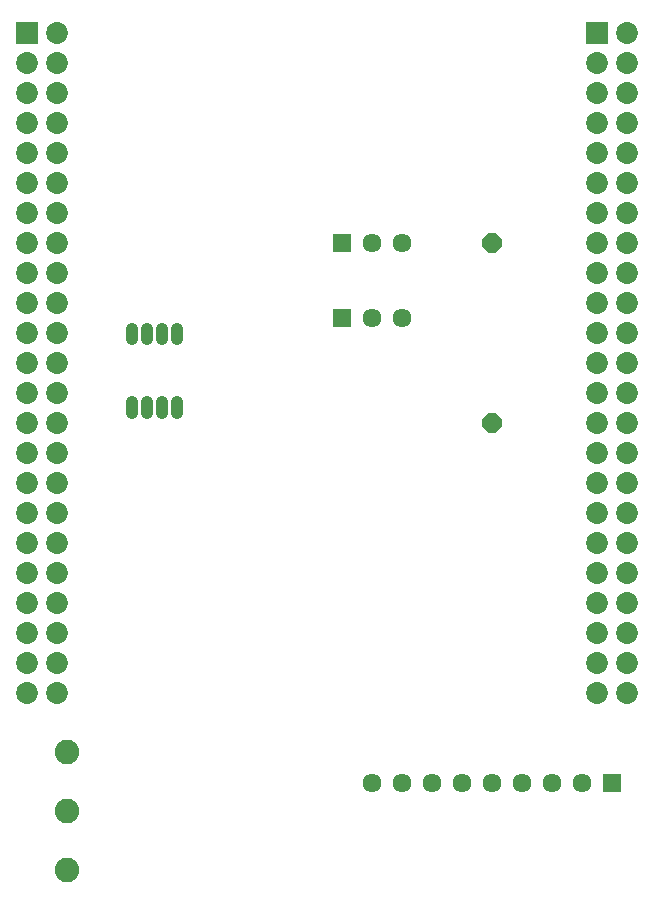
<source format=gbs>
G75*
%MOIN*%
%OFA0B0*%
%FSLAX25Y25*%
%IPPOS*%
%LPD*%
%AMOC8*
5,1,8,0,0,1.08239X$1,22.5*
%
%ADD10R,0.07300X0.07300*%
%ADD11C,0.07300*%
%ADD12C,0.08182*%
%ADD13R,0.06350X0.06350*%
%ADD14C,0.06350*%
%ADD15C,0.04000*%
%ADD16OC8,0.06400*%
D10*
X0016000Y0296000D03*
X0206000Y0296000D03*
D11*
X0206000Y0286000D03*
X0206000Y0276000D03*
X0206000Y0266000D03*
X0206000Y0256000D03*
X0206000Y0246000D03*
X0206000Y0236000D03*
X0206000Y0226000D03*
X0206000Y0216000D03*
X0206000Y0206000D03*
X0206000Y0196000D03*
X0206000Y0186000D03*
X0206000Y0176000D03*
X0206000Y0166000D03*
X0206000Y0156000D03*
X0206000Y0146000D03*
X0206000Y0136000D03*
X0206000Y0126000D03*
X0206000Y0116000D03*
X0206000Y0106000D03*
X0206000Y0096000D03*
X0206000Y0086000D03*
X0206000Y0076000D03*
X0216000Y0076000D03*
X0216000Y0086000D03*
X0216000Y0096000D03*
X0216000Y0106000D03*
X0216000Y0116000D03*
X0216000Y0126000D03*
X0216000Y0136000D03*
X0216000Y0146000D03*
X0216000Y0156000D03*
X0216000Y0166000D03*
X0216000Y0176000D03*
X0216000Y0186000D03*
X0216000Y0196000D03*
X0216000Y0206000D03*
X0216000Y0216000D03*
X0216000Y0226000D03*
X0216000Y0236000D03*
X0216000Y0246000D03*
X0216000Y0256000D03*
X0216000Y0266000D03*
X0216000Y0276000D03*
X0216000Y0286000D03*
X0216000Y0296000D03*
X0026000Y0296000D03*
X0026000Y0286000D03*
X0026000Y0276000D03*
X0026000Y0266000D03*
X0026000Y0256000D03*
X0026000Y0246000D03*
X0026000Y0236000D03*
X0026000Y0226000D03*
X0026000Y0216000D03*
X0026000Y0206000D03*
X0026000Y0196000D03*
X0026000Y0186000D03*
X0026000Y0176000D03*
X0026000Y0166000D03*
X0026000Y0156000D03*
X0026000Y0146000D03*
X0026000Y0136000D03*
X0026000Y0126000D03*
X0026000Y0116000D03*
X0026000Y0106000D03*
X0026000Y0096000D03*
X0026000Y0086000D03*
X0026000Y0076000D03*
X0016000Y0076000D03*
X0016000Y0086000D03*
X0016000Y0096000D03*
X0016000Y0106000D03*
X0016000Y0116000D03*
X0016000Y0126000D03*
X0016000Y0136000D03*
X0016000Y0146000D03*
X0016000Y0156000D03*
X0016000Y0166000D03*
X0016000Y0176000D03*
X0016000Y0186000D03*
X0016000Y0196000D03*
X0016000Y0206000D03*
X0016000Y0216000D03*
X0016000Y0226000D03*
X0016000Y0236000D03*
X0016000Y0246000D03*
X0016000Y0256000D03*
X0016000Y0266000D03*
X0016000Y0276000D03*
X0016000Y0286000D03*
D12*
X0029622Y0016787D03*
X0029622Y0036472D03*
X0029622Y0056157D03*
D13*
X0121000Y0201000D03*
X0121000Y0226000D03*
X0211000Y0046000D03*
D14*
X0201000Y0046000D03*
X0191000Y0046000D03*
X0181000Y0046000D03*
X0171000Y0046000D03*
X0161000Y0046000D03*
X0151000Y0046000D03*
X0141000Y0046000D03*
X0131000Y0046000D03*
X0131000Y0201000D03*
X0141000Y0201000D03*
X0141000Y0226000D03*
X0131000Y0226000D03*
D15*
X0066000Y0197109D02*
X0066000Y0193709D01*
X0061000Y0193709D02*
X0061000Y0197109D01*
X0056000Y0197109D02*
X0056000Y0193709D01*
X0051000Y0193709D02*
X0051000Y0197109D01*
X0051000Y0172700D02*
X0051000Y0169300D01*
X0056000Y0169300D02*
X0056000Y0172700D01*
X0061000Y0172700D02*
X0061000Y0169300D01*
X0066000Y0169300D02*
X0066000Y0172700D01*
D16*
X0171000Y0166000D03*
X0171000Y0226000D03*
M02*

</source>
